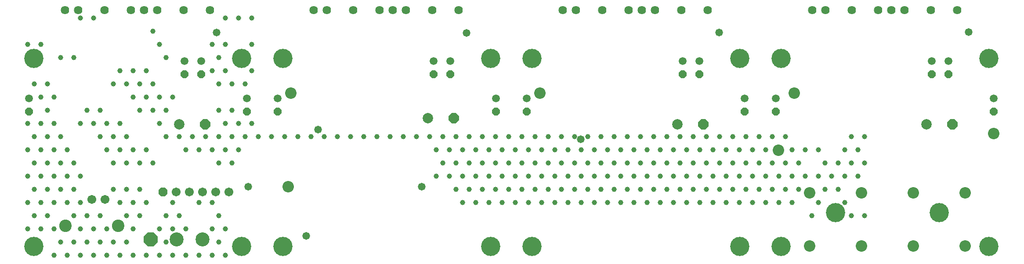
<source format=gbs>
G04*
G04 #@! TF.GenerationSoftware,Altium Limited,Altium Designer,21.6.4 (81)*
G04*
G04 Layer_Color=16711935*
%FSLAX44Y44*%
%MOMM*%
G71*
G04*
G04 #@! TF.SameCoordinates,43C67DF6-979F-4C5B-9B03-454D23029C34*
G04*
G04*
G04 #@! TF.FilePolarity,Negative*
G04*
G01*
G75*
%ADD22C,1.6256*%
%ADD23C,2.2032*%
%ADD24P,2.1683X8X202.5*%
%ADD25C,2.0032*%
%ADD26C,1.7032*%
%ADD27P,1.8435X8X202.5*%
%ADD28C,2.4032*%
%ADD29P,1.6271X8X292.5*%
%ADD30C,1.5032*%
%ADD31C,3.7032*%
%ADD32P,2.9259X8X22.5*%
%ADD33C,2.7032*%
%ADD34C,1.0032*%
%ADD35C,1.4732*%
D22*
X1814068Y-39878D02*
D03*
X1763268D02*
D03*
X1712468D02*
D03*
X1687068D02*
D03*
X1661668D02*
D03*
X1610868D02*
D03*
X1560068D02*
D03*
X1534668D02*
D03*
X1333500D02*
D03*
X1282700D02*
D03*
X1231900D02*
D03*
X1206500D02*
D03*
X1181100D02*
D03*
X1130300D02*
D03*
X1079500D02*
D03*
X1054100D02*
D03*
X373888D02*
D03*
X323088D02*
D03*
X272288D02*
D03*
X246888D02*
D03*
X221488D02*
D03*
X170688D02*
D03*
X119888D02*
D03*
X94488D02*
D03*
X573786D02*
D03*
X599186D02*
D03*
X649986D02*
D03*
X700786D02*
D03*
X726186D02*
D03*
X751586D02*
D03*
X802386D02*
D03*
X853186D02*
D03*
D23*
X1470000Y-310000D02*
D03*
X1500000Y-200000D02*
D03*
X1885000Y-277500D02*
D03*
X1010000Y-200000D02*
D03*
X530000D02*
D03*
X1830000Y-392000D02*
D03*
X1730000D02*
D03*
X1830000Y-494000D02*
D03*
X1730000D02*
D03*
X1630000Y-392000D02*
D03*
X1530000D02*
D03*
X1630000Y-494000D02*
D03*
X1530000D02*
D03*
X525000Y-380000D02*
D03*
D24*
X1325000Y-260000D02*
D03*
X1805000D02*
D03*
X843896Y-247650D02*
D03*
X365000Y-260000D02*
D03*
D25*
X1275000D02*
D03*
X1755000D02*
D03*
X793896Y-247650D02*
D03*
X315000Y-260000D02*
D03*
D26*
X410210Y-390398D02*
D03*
X384810D02*
D03*
X359410D02*
D03*
X334010D02*
D03*
X308610D02*
D03*
X146700Y-404200D02*
D03*
X172100D02*
D03*
D27*
X283210Y-390398D02*
D03*
D28*
X95900Y-455000D02*
D03*
X197500D02*
D03*
D29*
X1465000Y-235400D02*
D03*
X1765000Y-162900D02*
D03*
X1797500D02*
D03*
X1885000Y-235400D02*
D03*
X985000Y-235400D02*
D03*
X1285000Y-162900D02*
D03*
X1317500D02*
D03*
X1405000Y-235400D02*
D03*
X505000D02*
D03*
X805000Y-162900D02*
D03*
X837500D02*
D03*
X925000Y-235400D02*
D03*
X325000Y-162900D02*
D03*
X357500Y-162900D02*
D03*
X445000Y-235400D02*
D03*
X25000D02*
D03*
D30*
X1465000Y-210000D02*
D03*
X1765000Y-137500D02*
D03*
X1797500D02*
D03*
X1885000Y-210000D02*
D03*
X985000Y-210000D02*
D03*
X1285000Y-137500D02*
D03*
X1317500D02*
D03*
X1405000Y-210000D02*
D03*
X505000D02*
D03*
X805000Y-137500D02*
D03*
X837500D02*
D03*
X925000Y-210000D02*
D03*
X325000Y-137500D02*
D03*
X357500Y-137500D02*
D03*
X445000Y-210000D02*
D03*
X25000D02*
D03*
D31*
X1780000Y-430000D02*
D03*
X1580000D02*
D03*
X1875000Y-132500D02*
D03*
X1475000D02*
D03*
X1395000Y-132500D02*
D03*
X995000D02*
D03*
X915000D02*
D03*
X515000D02*
D03*
X435000Y-132500D02*
D03*
X1875000Y-495000D02*
D03*
X435000D02*
D03*
X1475000Y-495000D02*
D03*
X515000Y-495000D02*
D03*
X915000D02*
D03*
X35000D02*
D03*
X1395000D02*
D03*
X995000D02*
D03*
X35000Y-132500D02*
D03*
D32*
X259753Y-481457D02*
D03*
D33*
X309753D02*
D03*
X359753D02*
D03*
D34*
X1636100Y-283200D02*
D03*
X1623400Y-308600D02*
D03*
X1636100Y-334000D02*
D03*
X1623400Y-359400D02*
D03*
X1636100Y-435600D02*
D03*
X1610700Y-283200D02*
D03*
X1598000Y-308600D02*
D03*
X1610700Y-334000D02*
D03*
X1598000Y-359400D02*
D03*
Y-410200D02*
D03*
X1610700Y-435600D02*
D03*
X1585300Y-334000D02*
D03*
X1572600Y-359400D02*
D03*
X1585300Y-384800D02*
D03*
X1547200Y-308600D02*
D03*
X1559900Y-334000D02*
D03*
X1547200Y-359400D02*
D03*
X1559900Y-384800D02*
D03*
X1547200Y-410200D02*
D03*
X1521800Y-308600D02*
D03*
Y-359400D02*
D03*
X1534500Y-435600D02*
D03*
X1496400Y-308600D02*
D03*
X1509100Y-334000D02*
D03*
X1496400Y-359400D02*
D03*
X1509100Y-384800D02*
D03*
X1496400Y-410200D02*
D03*
X1483700Y-283200D02*
D03*
X1471000Y-308600D02*
D03*
X1483700Y-334000D02*
D03*
X1471000Y-359400D02*
D03*
X1483700Y-384800D02*
D03*
X1471000Y-410200D02*
D03*
X1458300Y-283200D02*
D03*
X1445600Y-308600D02*
D03*
X1458300Y-334000D02*
D03*
X1445600Y-359400D02*
D03*
X1458300Y-384800D02*
D03*
X1445600Y-410200D02*
D03*
X1432900Y-283200D02*
D03*
X1420200Y-308600D02*
D03*
X1432900Y-334000D02*
D03*
X1420200Y-359400D02*
D03*
X1432900Y-384800D02*
D03*
X1420200Y-410200D02*
D03*
X1407500Y-283200D02*
D03*
X1394800Y-308600D02*
D03*
X1407500Y-334000D02*
D03*
X1394800Y-359400D02*
D03*
X1407500Y-384800D02*
D03*
X1394800Y-410200D02*
D03*
X1382100Y-283200D02*
D03*
X1369400Y-308600D02*
D03*
X1382100Y-334000D02*
D03*
X1369400Y-359400D02*
D03*
X1382100Y-384800D02*
D03*
X1369400Y-410200D02*
D03*
X1356700Y-283200D02*
D03*
X1344000Y-308600D02*
D03*
X1356700Y-334000D02*
D03*
X1344000Y-359400D02*
D03*
X1356700Y-384800D02*
D03*
X1344000Y-410200D02*
D03*
X1331300Y-283200D02*
D03*
X1318600Y-308600D02*
D03*
X1331300Y-334000D02*
D03*
X1318600Y-359400D02*
D03*
X1331300Y-384800D02*
D03*
X1318600Y-410200D02*
D03*
X1305900Y-283200D02*
D03*
X1293200Y-308600D02*
D03*
X1305900Y-334000D02*
D03*
X1293200Y-359400D02*
D03*
X1305900Y-384800D02*
D03*
X1293200Y-410200D02*
D03*
X1280500Y-283200D02*
D03*
X1267800Y-308600D02*
D03*
X1280500Y-334000D02*
D03*
X1267800Y-359400D02*
D03*
X1280500Y-384800D02*
D03*
X1267800Y-410200D02*
D03*
X1255100Y-283200D02*
D03*
X1242400Y-308600D02*
D03*
X1255100Y-334000D02*
D03*
X1242400Y-359400D02*
D03*
X1255100Y-384800D02*
D03*
X1242400Y-410200D02*
D03*
X1229700Y-283200D02*
D03*
X1217000Y-308600D02*
D03*
X1229700Y-334000D02*
D03*
X1217000Y-359400D02*
D03*
X1229700Y-384800D02*
D03*
X1217000Y-410200D02*
D03*
X1204300Y-283200D02*
D03*
X1191600Y-308600D02*
D03*
X1204300Y-334000D02*
D03*
X1191600Y-359400D02*
D03*
X1204300Y-384800D02*
D03*
X1191600Y-410200D02*
D03*
X1178900Y-283200D02*
D03*
X1166200Y-308600D02*
D03*
X1178900Y-334000D02*
D03*
X1166200Y-359400D02*
D03*
X1178900Y-384800D02*
D03*
X1166200Y-410200D02*
D03*
X1153500Y-283200D02*
D03*
X1140800Y-308600D02*
D03*
X1153500Y-334000D02*
D03*
X1140800Y-359400D02*
D03*
X1153500Y-384800D02*
D03*
X1140800Y-410200D02*
D03*
X1128100Y-283200D02*
D03*
X1115400Y-308600D02*
D03*
X1128100Y-334000D02*
D03*
X1115400Y-359400D02*
D03*
X1128100Y-384800D02*
D03*
X1115400Y-410200D02*
D03*
X1102700Y-283200D02*
D03*
X1090000Y-308600D02*
D03*
X1102700Y-334000D02*
D03*
X1090000Y-359400D02*
D03*
X1102700Y-384800D02*
D03*
X1090000Y-410200D02*
D03*
X1077300Y-283200D02*
D03*
X1064600Y-308600D02*
D03*
X1077300Y-334000D02*
D03*
X1064600Y-359400D02*
D03*
X1077300Y-384800D02*
D03*
X1064600Y-410200D02*
D03*
X1051900Y-283200D02*
D03*
X1039200Y-308600D02*
D03*
X1051900Y-334000D02*
D03*
X1039200Y-359400D02*
D03*
X1051900Y-384800D02*
D03*
X1039200Y-410200D02*
D03*
X1026500Y-283200D02*
D03*
X1013800Y-308600D02*
D03*
X1026500Y-334000D02*
D03*
X1013800Y-359400D02*
D03*
X1026500Y-384800D02*
D03*
X1013800Y-410200D02*
D03*
X1001100Y-283200D02*
D03*
X988400Y-308600D02*
D03*
X1001100Y-334000D02*
D03*
X988400Y-359400D02*
D03*
X1001100Y-384800D02*
D03*
X988400Y-410200D02*
D03*
X975700Y-283200D02*
D03*
X963000Y-308600D02*
D03*
X975700Y-334000D02*
D03*
X963000Y-359400D02*
D03*
X975700Y-384800D02*
D03*
X963000Y-410200D02*
D03*
X950300Y-283200D02*
D03*
X937600Y-308600D02*
D03*
X950300Y-334000D02*
D03*
X937600Y-359400D02*
D03*
X950300Y-384800D02*
D03*
X937600Y-410200D02*
D03*
X924900Y-283200D02*
D03*
X912200Y-308600D02*
D03*
X924900Y-334000D02*
D03*
X912200Y-359400D02*
D03*
X924900Y-384800D02*
D03*
X912200Y-410200D02*
D03*
X899500Y-283200D02*
D03*
X886800Y-308600D02*
D03*
X899500Y-334000D02*
D03*
X886800Y-359400D02*
D03*
X899500Y-384800D02*
D03*
X886800Y-410200D02*
D03*
X874100Y-283200D02*
D03*
X861400Y-308600D02*
D03*
X874100Y-334000D02*
D03*
X861400Y-359400D02*
D03*
X874100Y-384800D02*
D03*
X861400Y-410200D02*
D03*
X848700Y-283200D02*
D03*
X836000Y-308600D02*
D03*
X848700Y-334000D02*
D03*
X836000Y-359400D02*
D03*
X848700Y-384800D02*
D03*
X823300Y-283200D02*
D03*
X810600Y-308600D02*
D03*
X823300Y-334000D02*
D03*
X810600Y-359400D02*
D03*
X797900Y-283200D02*
D03*
X772500D02*
D03*
X747100D02*
D03*
X721700D02*
D03*
X696300D02*
D03*
X670900D02*
D03*
X645500D02*
D03*
X620100D02*
D03*
X594700D02*
D03*
X569300D02*
D03*
X543900D02*
D03*
X518500D02*
D03*
X493100D02*
D03*
X455000Y-54600D02*
D03*
Y-105400D02*
D03*
Y-156200D02*
D03*
Y-257800D02*
D03*
X467700Y-283200D02*
D03*
X429600Y-54600D02*
D03*
X442300Y-181600D02*
D03*
X429600Y-257800D02*
D03*
X442300Y-283200D02*
D03*
X429600Y-308600D02*
D03*
X404200Y-54600D02*
D03*
Y-105400D02*
D03*
Y-156200D02*
D03*
X416900Y-181600D02*
D03*
Y-232400D02*
D03*
X404200Y-257800D02*
D03*
X416900Y-283200D02*
D03*
X404200Y-308600D02*
D03*
X416900Y-334000D02*
D03*
X404200Y-461000D02*
D03*
Y-511800D02*
D03*
X378800Y-105400D02*
D03*
X391500Y-130800D02*
D03*
X378800Y-156200D02*
D03*
X391500Y-181600D02*
D03*
Y-232400D02*
D03*
Y-283200D02*
D03*
X378800Y-308600D02*
D03*
X391500Y-334000D02*
D03*
X378800Y-410200D02*
D03*
X391500Y-435600D02*
D03*
X378800Y-461000D02*
D03*
X391500Y-486400D02*
D03*
X378800Y-511800D02*
D03*
X366100Y-283200D02*
D03*
X353400Y-308600D02*
D03*
Y-410200D02*
D03*
Y-511800D02*
D03*
X340700Y-283200D02*
D03*
X328000Y-308600D02*
D03*
Y-461000D02*
D03*
Y-511800D02*
D03*
X302600Y-207000D02*
D03*
X315300Y-283200D02*
D03*
X302600Y-410200D02*
D03*
X315300Y-435600D02*
D03*
X302600Y-461000D02*
D03*
Y-511800D02*
D03*
X277200Y-105400D02*
D03*
X289900Y-130800D02*
D03*
X277200Y-207000D02*
D03*
X289900Y-232400D02*
D03*
X277200Y-257800D02*
D03*
X289900Y-283200D02*
D03*
Y-435600D02*
D03*
X277200Y-461000D02*
D03*
X289900Y-486400D02*
D03*
X277200Y-511800D02*
D03*
X264500Y-80000D02*
D03*
X251800Y-156200D02*
D03*
X264500Y-181600D02*
D03*
X251800Y-207000D02*
D03*
X264500Y-232400D02*
D03*
X251800Y-308600D02*
D03*
X264500Y-334000D02*
D03*
X251800Y-410200D02*
D03*
Y-511800D02*
D03*
X226400Y-156200D02*
D03*
X239100Y-181600D02*
D03*
X226400Y-207000D02*
D03*
X239100Y-232400D02*
D03*
X226400Y-308600D02*
D03*
X239100Y-334000D02*
D03*
Y-384800D02*
D03*
X226400Y-410200D02*
D03*
X239100Y-435600D02*
D03*
X226400Y-461000D02*
D03*
Y-511800D02*
D03*
X201000Y-156200D02*
D03*
X213700Y-181600D02*
D03*
X201000Y-257800D02*
D03*
X213700Y-283200D02*
D03*
X201000Y-308600D02*
D03*
X213700Y-334000D02*
D03*
Y-384800D02*
D03*
X201000Y-410200D02*
D03*
X213700Y-435600D02*
D03*
Y-486400D02*
D03*
X201000Y-511800D02*
D03*
X188300Y-181600D02*
D03*
X175600Y-257800D02*
D03*
X188300Y-283200D02*
D03*
X175600Y-308600D02*
D03*
X188300Y-334000D02*
D03*
Y-384800D02*
D03*
X175600Y-461000D02*
D03*
X188300Y-486400D02*
D03*
X175600Y-511800D02*
D03*
X150200Y-54600D02*
D03*
X162900Y-232400D02*
D03*
X150200Y-257800D02*
D03*
X162900Y-283200D02*
D03*
Y-435600D02*
D03*
X150200Y-461000D02*
D03*
X162900Y-486400D02*
D03*
X150200Y-511800D02*
D03*
X124800Y-54600D02*
D03*
X137500Y-232400D02*
D03*
X124800Y-257800D02*
D03*
Y-359400D02*
D03*
Y-410200D02*
D03*
X137500Y-435600D02*
D03*
X124800Y-461000D02*
D03*
X137500Y-486400D02*
D03*
X124800Y-511800D02*
D03*
X112100Y-130800D02*
D03*
X99400Y-308600D02*
D03*
X112100Y-334000D02*
D03*
X99400Y-359400D02*
D03*
X112100Y-384800D02*
D03*
X99400Y-410200D02*
D03*
X112100Y-435600D02*
D03*
Y-486400D02*
D03*
X99400Y-511800D02*
D03*
X86700Y-130800D02*
D03*
X74000Y-207000D02*
D03*
Y-257800D02*
D03*
X86700Y-283200D02*
D03*
X74000Y-308600D02*
D03*
X86700Y-334000D02*
D03*
X74000Y-359400D02*
D03*
X86700Y-384800D02*
D03*
X74000Y-410200D02*
D03*
Y-461000D02*
D03*
X86700Y-486400D02*
D03*
X74000Y-511800D02*
D03*
X48600Y-105400D02*
D03*
X61300Y-181600D02*
D03*
X48600Y-207000D02*
D03*
X61300Y-232400D02*
D03*
X48600Y-257800D02*
D03*
X61300Y-283200D02*
D03*
X48600Y-308600D02*
D03*
X61300Y-334000D02*
D03*
X48600Y-359400D02*
D03*
X61300Y-384800D02*
D03*
X48600Y-410200D02*
D03*
X61300Y-435600D02*
D03*
X48600Y-461000D02*
D03*
X23200Y-105400D02*
D03*
X35900Y-181600D02*
D03*
X23200Y-257800D02*
D03*
X35900Y-283200D02*
D03*
X23200Y-308600D02*
D03*
X35900Y-334000D02*
D03*
X23200Y-359400D02*
D03*
X35900Y-384800D02*
D03*
X23200Y-410200D02*
D03*
X35900Y-435600D02*
D03*
X23200Y-461000D02*
D03*
D35*
X1355086Y-82804D02*
D03*
X782500Y-380000D02*
D03*
X560000Y-475000D02*
D03*
X447500Y-380000D02*
D03*
X1088390Y-288290D02*
D03*
X582168Y-270256D02*
D03*
X1836670Y-82292D02*
D03*
X868422Y-83566D02*
D03*
X386584Y-83058D02*
D03*
M02*

</source>
